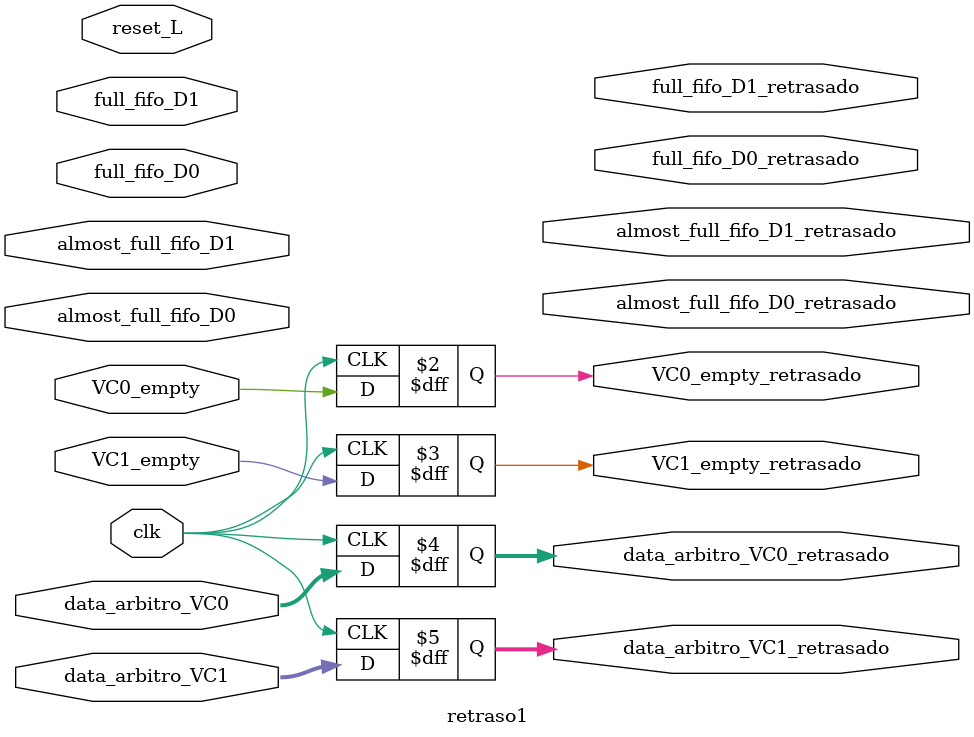
<source format=v>
module retraso1(input VC0_empty, VC1_empty, full_fifo_D0, full_fifo_D1, almost_full_fifo_D0, almost_full_fifo_D1,  clk, reset_L,
                input [5:0] data_arbitro_VC0, data_arbitro_VC1,
				output reg VC0_empty_retrasado, VC1_empty_retrasado, full_fifo_D0_retrasado, full_fifo_D1_retrasado, almost_full_fifo_D0_retrasado, almost_full_fifo_D1_retrasado,
                output reg [5:0] data_arbitro_VC0_retrasado, data_arbitro_VC1_retrasado
				);
					

	always@(posedge clk) begin

		VC0_empty_retrasado <= VC0_empty;
		VC1_empty_retrasado <= VC1_empty;
		data_arbitro_VC0_retrasado [5:0] <= data_arbitro_VC0 [5:0]; 
		data_arbitro_VC1_retrasado [5:0] <= data_arbitro_VC1 [5:0]; 

	end


endmodule
</source>
